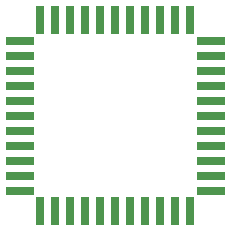
<source format=gbr>
G04 EAGLE Gerber RS-274X export*
G75*
%MOMM*%
%FSLAX34Y34*%
%LPD*%
%INSoldermask Top*%
%IPPOS*%
%AMOC8*
5,1,8,0,0,1.08239X$1,22.5*%
G01*
%ADD10R,0.803200X2.403200*%
%ADD11R,2.403200X0.803200*%


D10*
X-228600Y55600D03*
X-241300Y55600D03*
X-254000Y55600D03*
X-266700Y55600D03*
X-279400Y55600D03*
X-292100Y55600D03*
D11*
X-309600Y38100D03*
X-309600Y25400D03*
X-309600Y12700D03*
X-309600Y0D03*
X-309600Y-12700D03*
X-309600Y-25400D03*
X-309600Y-38100D03*
X-309600Y-50800D03*
X-309600Y-63500D03*
X-309600Y-76200D03*
X-309600Y-88900D03*
D10*
X-292100Y-106400D03*
X-279400Y-106400D03*
X-266700Y-106400D03*
X-254000Y-106400D03*
X-241300Y-106400D03*
X-228600Y-106400D03*
X-215900Y-106400D03*
X-203200Y-106400D03*
X-190500Y-106400D03*
X-177800Y-106400D03*
X-165100Y-106400D03*
D11*
X-147600Y-88900D03*
X-147600Y-76200D03*
X-147600Y-63500D03*
X-147600Y-50800D03*
X-147600Y-38100D03*
X-147600Y-25400D03*
X-147600Y-12700D03*
X-147600Y0D03*
X-147600Y12700D03*
X-147600Y25400D03*
X-147600Y38100D03*
D10*
X-165100Y55600D03*
X-177800Y55600D03*
X-190500Y55600D03*
X-203200Y55600D03*
X-215900Y55600D03*
M02*

</source>
